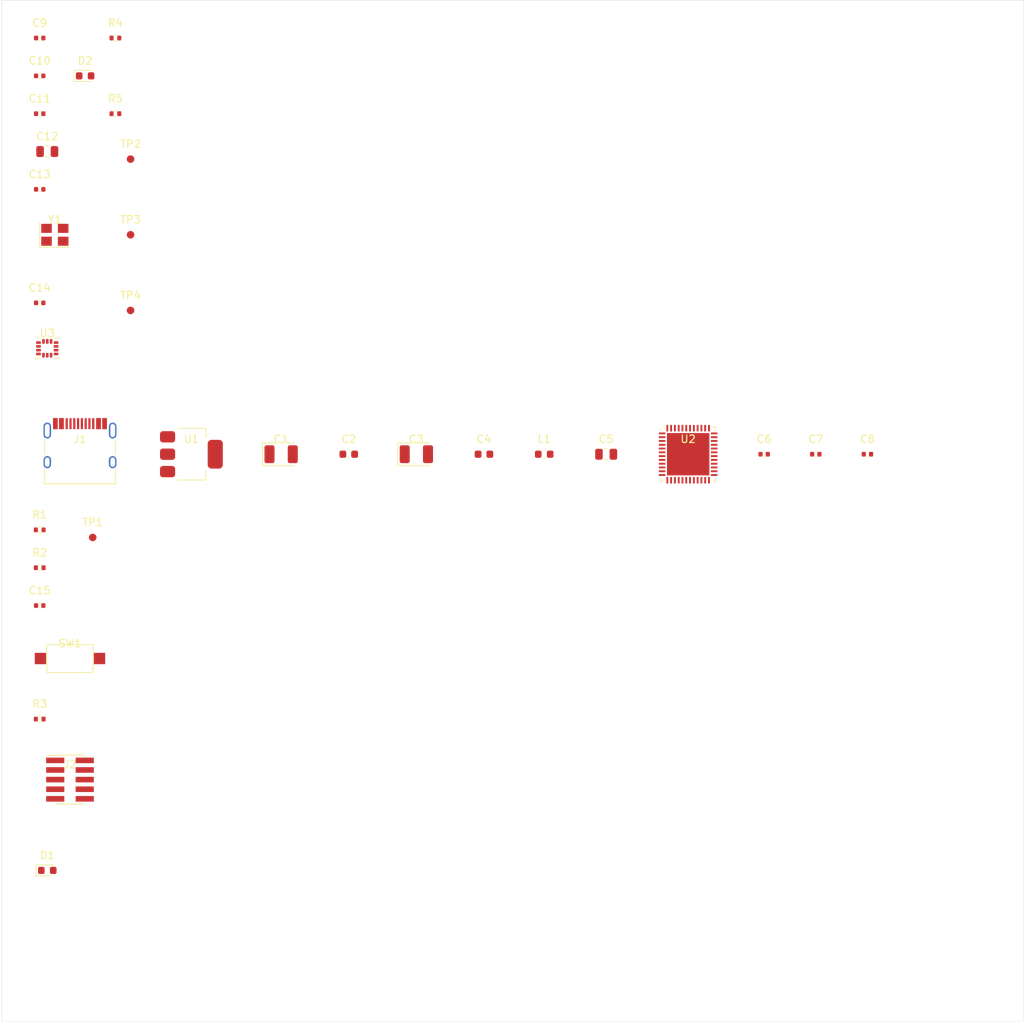
<source format=kicad_pcb>
(kicad_pcb (version 20241229) (generator "pcbnew") (generator_version "9.0")
  (layers (0 "F.Cu" signal) (2 "B.Cu" signal) (13 "F.Paste" user) (15 "B.Paste" user) (5 "F.SilkS" user "F.Silkscreen") (7 "B.SilkS" user "B.Silkscreen") (1 "F.Mask" user) (3 "B.Mask" user) (25 "Edge.Cuts" user))
  (net 0 "")
  (footprint "Connector_USB:USB_C_Receptacle_HRO_TYPE-C-31-M-12" (layer "F.Cu") (at 10.32 60.0)
    (property "Reference" "J1" (at 0 -2 0) (layer "F.SilkS") (effects (font (size 1.0 1.0))))
    (property "Value" "USB_C_16P")
    (fp_line (start -4.7 -1.9) (end -4.7 0.1) (stroke (width 0.12)) (layer "F.SilkS"))
    (fp_line (start -4.7 2.0) (end -4.7 3.9) (stroke (width 0.12)) (layer "F.SilkS"))
    (fp_line (start -4.7 3.9) (end 4.7 3.9) (stroke (width 0.12)) (layer "F.SilkS"))
    (fp_line (start 4.7 -1.9) (end 4.7 0.1) (stroke (width 0.12)) (layer "F.SilkS"))
    (fp_line (start 4.7 2.0) (end 4.7 3.9) (stroke (width 0.12)) (layer "F.SilkS"))
    (pad "" np_thru_hole circle (at -2.89 -2.6) (size 0.65 0.65) (layers "*.Cu" "*.Mask") (drill 0.65))
    (pad "" np_thru_hole circle (at 2.89 -2.6) (size 0.65 0.65) (layers "*.Cu" "*.Mask") (drill 0.65))
    (pad "A1" smd rect (at -3.25 -4.045) (size 0.6 1.45) (layers "F.Cu" "F.Mask" "F.Paste"))
    (pad "A4" smd rect (at -2.45 -4.045) (size 0.6 1.45) (layers "F.Cu" "F.Mask" "F.Paste"))
    (pad "A5" smd rect (at -1.25 -4.045) (size 0.3 1.45) (layers "F.Cu" "F.Mask" "F.Paste"))
    (pad "A6" smd rect (at -0.25 -4.045) (size 0.3 1.45) (layers "F.Cu" "F.Mask" "F.Paste"))
    (pad "A7" smd rect (at 0.25 -4.045) (size 0.3 1.45) (layers "F.Cu" "F.Mask" "F.Paste"))
    (pad "A8" smd rect (at 1.25 -4.045) (size 0.3 1.45) (layers "F.Cu" "F.Mask" "F.Paste"))
    (pad "A9" smd rect (at 2.45 -4.045) (size 0.6 1.45) (layers "F.Cu" "F.Mask" "F.Paste"))
    (pad "A12" smd rect (at 3.25 -4.045) (size 0.6 1.45) (layers "F.Cu" "F.Mask" "F.Paste"))
    (pad "B1" smd rect (at 3.25 -4.045) (size 0.6 1.45) (layers "F.Cu" "F.Mask" "F.Paste"))
    (pad "B4" smd rect (at 2.45 -4.045) (size 0.6 1.45) (layers "F.Cu" "F.Mask" "F.Paste"))
    (pad "B5" smd rect (at 1.75 -4.045) (size 0.3 1.45) (layers "F.Cu" "F.Mask" "F.Paste"))
    (pad "B6" smd rect (at 0.75 -4.045) (size 0.3 1.45) (layers "F.Cu" "F.Mask" "F.Paste"))
    (pad "B7" smd rect (at -0.75 -4.045) (size 0.3 1.45) (layers "F.Cu" "F.Mask" "F.Paste"))
    (pad "B8" smd rect (at -1.75 -4.045) (size 0.3 1.45) (layers "F.Cu" "F.Mask" "F.Paste"))
    (pad "B9" smd rect (at -2.45 -4.045) (size 0.6 1.45) (layers "F.Cu" "F.Mask" "F.Paste"))
    (pad "B12" smd rect (at -3.25 -4.045) (size 0.6 1.45) (layers "F.Cu" "F.Mask" "F.Paste"))
    (pad "S1" thru_hole oval (at -4.32 -3.13) (size 1.0 2.1) (layers "*.Cu" "*.Mask") (drill oval 0.6 1.7) (property pad_prop_heatsink))
    (pad "S1" thru_hole oval (at -4.32 1.05) (size 1.0 1.6) (layers "*.Cu" "*.Mask") (drill oval 0.6 1.2) (property pad_prop_heatsink))
    (pad "S1" thru_hole oval (at 4.32 -3.13) (size 1.0 2.1) (layers "*.Cu" "*.Mask") (drill oval 0.6 1.7) (property pad_prop_heatsink))
    (pad "S1" thru_hole oval (at 4.32 1.05) (size 1.0 1.6) (layers "*.Cu" "*.Mask") (drill oval 0.6 1.2) (property pad_prop_heatsink))
  )
  (footprint "Package_TO_SOT_SMD:SOT-223-3_TabPin2" (layer "F.Cu") (at 25.04 60.0)
    (property "Reference" "U1" (at 0 -2 0) (layer "F.SilkS") (effects (font (size 1.0 1.0))))
    (property "Value" "AMS1117-3.3")
    (fp_line (start -1.85 -3.41) (end 1.91 -3.41) (stroke (width 0.12)) (layer "F.SilkS"))
    (fp_line (start -1.85 3.41) (end 1.91 3.41) (stroke (width 0.12)) (layer "F.SilkS"))
    (fp_line (start 1.91 -3.41) (end 1.91 -2.15) (stroke (width 0.12)) (layer "F.SilkS"))
    (fp_line (start 1.91 3.41) (end 1.91 2.15) (stroke (width 0.12)) (layer "F.SilkS"))
    (pad "1" smd roundrect (at -3.15 -2.3) (size 2.0 1.5) (layers "F.Cu" "F.Mask" "F.Paste"))
    (pad "2" smd roundrect (at -3.15 0.0) (size 2.0 1.5) (layers "F.Cu" "F.Mask" "F.Paste"))
    (pad "2" smd roundrect (at 3.15 0.0) (size 2.0 3.8) (layers "F.Cu" "F.Mask" "F.Paste"))
    (pad "3" smd roundrect (at -3.15 2.3) (size 2.0 1.5) (layers "F.Cu" "F.Mask" "F.Paste"))
  )
  (footprint "Capacitor_Tantalum_SMD:CP_EIA-3528-21_Kemet-B" (layer "F.Cu") (at 36.89 60.0)
    (property "Reference" "C1" (at 0 -2 0) (layer "F.SilkS") (effects (font (size 1.0 1.0))))
    (property "Value" "47uF")
    (fp_line (start -2.46 -1.51) (end -2.46 1.51) (stroke (width 0.12)) (layer "F.SilkS"))
    (fp_line (start -2.46 1.51) (end 1.75 1.51) (stroke (width 0.12)) (layer "F.SilkS"))
    (fp_line (start 1.75 -1.51) (end -2.46 -1.51) (stroke (width 0.12)) (layer "F.SilkS"))
    (pad "1" smd roundrect (at -1.5375 0.0) (size 1.325 2.35) (layers "F.Cu" "F.Mask" "F.Paste") (roundrect_rratio 0.188679))
    (pad "2" smd roundrect (at 1.5375 0.0) (size 1.325 2.35) (layers "F.Cu" "F.Mask" "F.Paste") (roundrect_rratio 0.188679))
  )
  (footprint "Capacitor_SMD:C_0603_1608Metric" (layer "F.Cu") (at 45.82 60.0)
    (property "Reference" "C2" (at 0 -2 0) (layer "F.SilkS") (effects (font (size 1.0 1.0))))
    (property "Value" "100nF")
    (fp_line (start -0.14058 -0.51) (end 0.14058 -0.51) (stroke (width 0.12)) (layer "F.SilkS"))
    (fp_line (start -0.14058 0.51) (end 0.14058 0.51) (stroke (width 0.12)) (layer "F.SilkS"))
    (pad "1" smd roundrect (at -0.775 0.0) (size 0.9 0.95) (layers "F.Cu" "F.Mask" "F.Paste"))
    (pad "2" smd roundrect (at 0.775 0.0) (size 0.9 0.95) (layers "F.Cu" "F.Mask" "F.Paste"))
  )
  (footprint "Capacitor_Tantalum_SMD:CP_EIA-3528-21_Kemet-B" (layer "F.Cu") (at 54.75 60.0)
    (property "Reference" "C3" (at 0 -2 0) (layer "F.SilkS") (effects (font (size 1.0 1.0))))
    (property "Value" "47uF")
    (fp_line (start -2.46 -1.51) (end -2.46 1.51) (stroke (width 0.12)) (layer "F.SilkS"))
    (fp_line (start -2.46 1.51) (end 1.75 1.51) (stroke (width 0.12)) (layer "F.SilkS"))
    (fp_line (start 1.75 -1.51) (end -2.46 -1.51) (stroke (width 0.12)) (layer "F.SilkS"))
    (pad "1" smd roundrect (at -1.5375 0.0) (size 1.325 2.35) (layers "F.Cu" "F.Mask" "F.Paste") (roundrect_rratio 0.188679))
    (pad "2" smd roundrect (at 1.5375 0.0) (size 1.325 2.35) (layers "F.Cu" "F.Mask" "F.Paste") (roundrect_rratio 0.188679))
  )
  (footprint "Capacitor_SMD:C_0603_1608Metric" (layer "F.Cu") (at 63.68 60.0)
    (property "Reference" "C4" (at 0 -2 0) (layer "F.SilkS") (effects (font (size 1.0 1.0))))
    (property "Value" "100nF")
    (fp_line (start -0.14058 -0.51) (end 0.14058 -0.51) (stroke (width 0.12)) (layer "F.SilkS"))
    (fp_line (start -0.14058 0.51) (end 0.14058 0.51) (stroke (width 0.12)) (layer "F.SilkS"))
    (pad "1" smd roundrect (at -0.775 0.0) (size 0.9 0.95) (layers "F.Cu" "F.Mask" "F.Paste"))
    (pad "2" smd roundrect (at 0.775 0.0) (size 0.9 0.95) (layers "F.Cu" "F.Mask" "F.Paste"))
  )
  (footprint "Inductor_SMD:L_0603_1608Metric" (layer "F.Cu") (at 71.63999999999999 60.0)
    (property "Reference" "L1" (at 0 -2 0) (layer "F.SilkS") (effects (font (size 1.0 1.0))))
    (property "Value" "1uH")
    (fp_line (start -0.162779 -0.51) (end 0.162779 -0.51) (stroke (width 0.12)) (layer "F.SilkS"))
    (fp_line (start -0.162779 0.51) (end 0.162779 0.51) (stroke (width 0.12)) (layer "F.SilkS"))
    (pad "1" smd roundrect (at -0.7875 0.0) (size 0.875 0.95) (layers "F.Cu" "F.Mask" "F.Paste"))
    (pad "2" smd roundrect (at 0.7875 0.0) (size 0.875 0.95) (layers "F.Cu" "F.Mask" "F.Paste"))
  )
  (footprint "Capacitor_SMD:C_0805_2012Metric" (layer "F.Cu") (at 79.81999999999998 60.0)
    (property "Reference" "C5" (at 0 -2 0) (layer "F.SilkS") (effects (font (size 1.0 1.0))))
    (property "Value" "10uF")
    (fp_line (start -0.261252 -0.735) (end 0.261252 -0.735) (stroke (width 0.12)) (layer "F.SilkS"))
    (fp_line (start -0.261252 0.735) (end 0.261252 0.735) (stroke (width 0.12)) (layer "F.SilkS"))
    (pad "1" smd roundrect (at -0.95 0.0) (size 1.0 1.45) (layers "F.Cu" "F.Mask" "F.Paste"))
    (pad "2" smd roundrect (at 0.95 0.0) (size 1.0 1.45) (layers "F.Cu" "F.Mask" "F.Paste"))
  )
  (footprint "Package_DFN_QFN:QFN-48-1EP_7x7mm_P0.5mm_EP5.6x5.6mm" (layer "F.Cu") (at 90.64999999999998 60.0)
    (property "Reference" "U2" (at 0 -2 0) (layer "F.SilkS") (effects (font (size 1.0 1.0))))
    (property "Value" "STM32G431CBU6")
    (fp_line (start -3.61 -3.135) (end -3.61 -3.37) (stroke (width 0.12)) (layer "F.SilkS"))
    (fp_line (start -3.61 3.61) (end -3.61 3.135) (stroke (width 0.12)) (layer "F.SilkS"))
    (fp_line (start -3.135 -3.61) (end -3.31 -3.61) (stroke (width 0.12)) (layer "F.SilkS"))
    (fp_line (start -3.135 3.61) (end -3.61 3.61) (stroke (width 0.12)) (layer "F.SilkS"))
    (fp_line (start 3.135 -3.61) (end 3.61 -3.61) (stroke (width 0.12)) (layer "F.SilkS"))
    (fp_line (start 3.135 3.61) (end 3.61 3.61) (stroke (width 0.12)) (layer "F.SilkS"))
    (fp_line (start 3.61 -3.61) (end 3.61 -3.135) (stroke (width 0.12)) (layer "F.SilkS"))
    (fp_line (start 3.61 3.61) (end 3.61 3.135) (stroke (width 0.12)) (layer "F.SilkS"))
    (pad "1" smd roundrect (at -3.4375 -2.75) (size 0.875 0.25) (layers "F.Cu" "F.Paste" "F.Mask"))
    (pad "2" smd roundrect (at -3.4375 -2.25) (size 0.875 0.25) (layers "F.Cu" "F.Paste" "F.Mask"))
    (pad "3" smd roundrect (at -3.4375 -1.75) (size 0.875 0.25) (layers "F.Cu" "F.Paste" "F.Mask"))
    (pad "4" smd roundrect (at -3.4375 -1.25) (size 0.875 0.25) (layers "F.Cu" "F.Paste" "F.Mask"))
    (pad "5" smd roundrect (at -3.4375 -0.75) (size 0.875 0.25) (layers "F.Cu" "F.Paste" "F.Mask"))
    (pad "6" smd roundrect (at -3.4375 -0.25) (size 0.875 0.25) (layers "F.Cu" "F.Paste" "F.Mask"))
    (pad "7" smd roundrect (at -3.4375 0.25) (size 0.875 0.25) (layers "F.Cu" "F.Paste" "F.Mask"))
    (pad "8" smd roundrect (at -3.4375 0.75) (size 0.875 0.25) (layers "F.Cu" "F.Paste" "F.Mask"))
    (pad "9" smd roundrect (at -3.4375 1.25) (size 0.875 0.25) (layers "F.Cu" "F.Paste" "F.Mask"))
    (pad "10" smd roundrect (at -3.4375 1.75) (size 0.875 0.25) (layers "F.Cu" "F.Paste" "F.Mask"))
    (pad "11" smd roundrect (at -3.4375 2.25) (size 0.875 0.25) (layers "F.Cu" "F.Paste" "F.Mask"))
    (pad "12" smd roundrect (at -3.4375 2.75) (size 0.875 0.25) (layers "F.Cu" "F.Paste" "F.Mask"))
    (pad "13" smd roundrect (at -2.75 3.4375) (size 0.25 0.875) (layers "F.Cu" "F.Paste" "F.Mask"))
    (pad "14" smd roundrect (at -2.25 3.4375) (size 0.25 0.875) (layers "F.Cu" "F.Paste" "F.Mask"))
    (pad "15" smd roundrect (at -1.75 3.4375) (size 0.25 0.875) (layers "F.Cu" "F.Paste" "F.Mask"))
    (pad "16" smd roundrect (at -1.25 3.4375) (size 0.25 0.875) (layers "F.Cu" "F.Paste" "F.Mask"))
    (pad "17" smd roundrect (at -0.75 3.4375) (size 0.25 0.875) (layers "F.Cu" "F.Paste" "F.Mask"))
    (pad "18" smd roundrect (at -0.25 3.4375) (size 0.25 0.875) (layers "F.Cu" "F.Paste" "F.Mask"))
    (pad "19" smd roundrect (at 0.25 3.4375) (size 0.25 0.875) (layers "F.Cu" "F.Paste" "F.Mask"))
    (pad "20" smd roundrect (at 0.75 3.4375) (size 0.25 0.875) (layers "F.Cu" "F.Paste" "F.Mask"))
    (pad "21" smd roundrect (at 1.25 3.4375) (size 0.25 0.875) (layers "F.Cu" "F.Paste" "F.Mask"))
    (pad "22" smd roundrect (at 1.75 3.4375) (size 0.25 0.875) (layers "F.Cu" "F.Paste" "F.Mask"))
    (pad "23" smd roundrect (at 2.25 3.4375) (size 0.25 0.875) (layers "F.Cu" "F.Paste" "F.Mask"))
    (pad "24" smd roundrect (at 2.75 3.4375) (size 0.25 0.875) (layers "F.Cu" "F.Paste" "F.Mask"))
    (pad "25" smd roundrect (at 3.4375 2.75) (size 0.875 0.25) (layers "F.Cu" "F.Paste" "F.Mask"))
    (pad "26" smd roundrect (at 3.4375 2.25) (size 0.875 0.25) (layers "F.Cu" "F.Paste" "F.Mask"))
    (pad "27" smd roundrect (at 3.4375 1.75) (size 0.875 0.25) (layers "F.Cu" "F.Paste" "F.Mask"))
    (pad "28" smd roundrect (at 3.4375 1.25) (size 0.875 0.25) (layers "F.Cu" "F.Paste" "F.Mask"))
    (pad "29" smd roundrect (at 3.4375 0.75) (size 0.875 0.25) (layers "F.Cu" "F.Paste" "F.Mask"))
    (pad "30" smd roundrect (at 3.4375 0.25) (size 0.875 0.25) (layers "F.Cu" "F.Paste" "F.Mask"))
    (pad "31" smd roundrect (at 3.4375 -0.25) (size 0.875 0.25) (layers "F.Cu" "F.Paste" "F.Mask"))
    (pad "32" smd roundrect (at 3.4375 -0.75) (size 0.875 0.25) (layers "F.Cu" "F.Paste" "F.Mask"))
    (pad "33" smd roundrect (at 3.4375 -1.25) (size 0.875 0.25) (layers "F.Cu" "F.Paste" "F.Mask"))
    (pad "34" smd roundrect (at 3.4375 -1.75) (size 0.875 0.25) (layers "F.Cu" "F.Paste" "F.Mask"))
    (pad "35" smd roundrect (at 3.4375 -2.25) (size 0.875 0.25) (layers "F.Cu" "F.Paste" "F.Mask"))
    (pad "36" smd roundrect (at 3.4375 -2.75) (size 0.875 0.25) (layers "F.Cu" "F.Paste" "F.Mask"))
    (pad "37" smd roundrect (at 2.75 -3.4375) (size 0.25 0.875) (layers "F.Cu" "F.Paste" "F.Mask"))
    (pad "38" smd roundrect (at 2.25 -3.4375) (size 0.25 0.875) (layers "F.Cu" "F.Paste" "F.Mask"))
    (pad "39" smd roundrect (at 1.75 -3.4375) (size 0.25 0.875) (layers "F.Cu" "F.Paste" "F.Mask"))
    (pad "40" smd roundrect (at 1.25 -3.4375) (size 0.25 0.875) (layers "F.Cu" "F.Paste" "F.Mask"))
    (pad "41" smd roundrect (at 0.75 -3.4375) (size 0.25 0.875) (layers "F.Cu" "F.Paste" "F.Mask"))
    (pad "42" smd roundrect (at 0.25 -3.4375) (size 0.25 0.875) (layers "F.Cu" "F.Paste" "F.Mask"))
    (pad "43" smd roundrect (at -0.25 -3.4375) (size 0.25 0.875) (layers "F.Cu" "F.Paste" "F.Mask"))
    (pad "44" smd roundrect (at -0.75 -3.4375) (size 0.25 0.875) (layers "F.Cu" "F.Paste" "F.Mask"))
    (pad "45" smd roundrect (at -1.25 -3.4375) (size 0.25 0.875) (layers "F.Cu" "F.Paste" "F.Mask"))
    (pad "46" smd roundrect (at -1.75 -3.4375) (size 0.25 0.875) (layers "F.Cu" "F.Paste" "F.Mask"))
    (pad "47" smd roundrect (at -2.25 -3.4375) (size 0.25 0.875) (layers "F.Cu" "F.Paste" "F.Mask"))
    (pad "48" smd roundrect (at -2.75 -3.4375) (size 0.25 0.875) (layers "F.Cu" "F.Paste" "F.Mask"))
    (pad "49" smd rect (size 5.6 5.6) (layers "F.Cu" "F.Mask") (property pad_prop_heatsink))
  )
  (footprint "Capacitor_SMD:C_0402_1005Metric" (layer "F.Cu") (at 100.68999999999997 60.0)
    (property "Reference" "C6" (at 0 -2 0) (layer "F.SilkS") (effects (font (size 1.0 1.0))))
    (property "Value" "100nF")
    (fp_line (start -0.107836 -0.36) (end 0.107836 -0.36) (stroke (width 0.12)) (layer "F.SilkS"))
    (fp_line (start -0.107836 0.36) (end 0.107836 0.36) (stroke (width 0.12)) (layer "F.SilkS"))
    (pad "1" smd roundrect (at -0.48 0.0) (size 0.56 0.62) (layers "F.Cu" "F.Mask" "F.Paste"))
    (pad "2" smd roundrect (at 0.48 0.0) (size 0.56 0.62) (layers "F.Cu" "F.Mask" "F.Paste"))
  )
  (footprint "Capacitor_SMD:C_0402_1005Metric" (layer "F.Cu") (at 107.50999999999996 60.0)
    (property "Reference" "C7" (at 0 -2 0) (layer "F.SilkS") (effects (font (size 1.0 1.0))))
    (property "Value" "100nF")
    (fp_line (start -0.107836 -0.36) (end 0.107836 -0.36) (stroke (width 0.12)) (layer "F.SilkS"))
    (fp_line (start -0.107836 0.36) (end 0.107836 0.36) (stroke (width 0.12)) (layer "F.SilkS"))
    (pad "1" smd roundrect (at -0.48 0.0) (size 0.56 0.62) (layers "F.Cu" "F.Mask" "F.Paste"))
    (pad "2" smd roundrect (at 0.48 0.0) (size 0.56 0.62) (layers "F.Cu" "F.Mask" "F.Paste"))
  )
  (footprint "Capacitor_SMD:C_0402_1005Metric" (layer "F.Cu") (at 114.32999999999996 60.0)
    (property "Reference" "C8" (at 0 -2 0) (layer "F.SilkS") (effects (font (size 1.0 1.0))))
    (property "Value" "100nF")
    (fp_line (start -0.107836 -0.36) (end 0.107836 -0.36) (stroke (width 0.12)) (layer "F.SilkS"))
    (fp_line (start -0.107836 0.36) (end 0.107836 0.36) (stroke (width 0.12)) (layer "F.SilkS"))
    (pad "1" smd roundrect (at -0.48 0.0) (size 0.56 0.62) (layers "F.Cu" "F.Mask" "F.Paste"))
    (pad "2" smd roundrect (at 0.48 0.0) (size 0.56 0.62) (layers "F.Cu" "F.Mask" "F.Paste"))
  )
  (footprint "Capacitor_SMD:C_0402_1005Metric" (layer "F.Cu") (at 5.0 5.0)
    (property "Reference" "C9" (at 0 -2 0) (layer "F.SilkS") (effects (font (size 1.0 1.0))))
    (property "Value" "100nF")
    (fp_line (start -0.107836 -0.36) (end 0.107836 -0.36) (stroke (width 0.12)) (layer "F.SilkS"))
    (fp_line (start -0.107836 0.36) (end 0.107836 0.36) (stroke (width 0.12)) (layer "F.SilkS"))
    (pad "1" smd roundrect (at -0.48 0.0) (size 0.56 0.62) (layers "F.Cu" "F.Mask" "F.Paste"))
    (pad "2" smd roundrect (at 0.48 0.0) (size 0.56 0.62) (layers "F.Cu" "F.Mask" "F.Paste"))
  )
  (footprint "Capacitor_SMD:C_0402_1005Metric" (layer "F.Cu") (at 5.0 10.0)
    (property "Reference" "C10" (at 0 -2 0) (layer "F.SilkS") (effects (font (size 1.0 1.0))))
    (property "Value" "100nF")
    (fp_line (start -0.107836 -0.36) (end 0.107836 -0.36) (stroke (width 0.12)) (layer "F.SilkS"))
    (fp_line (start -0.107836 0.36) (end 0.107836 0.36) (stroke (width 0.12)) (layer "F.SilkS"))
    (pad "1" smd roundrect (at -0.48 0.0) (size 0.56 0.62) (layers "F.Cu" "F.Mask" "F.Paste"))
    (pad "2" smd roundrect (at 0.48 0.0) (size 0.56 0.62) (layers "F.Cu" "F.Mask" "F.Paste"))
  )
  (footprint "Capacitor_SMD:C_0402_1005Metric" (layer "F.Cu") (at 5.0 15.0)
    (property "Reference" "C11" (at 0 -2 0) (layer "F.SilkS") (effects (font (size 1.0 1.0))))
    (property "Value" "100nF")
    (fp_line (start -0.107836 -0.36) (end 0.107836 -0.36) (stroke (width 0.12)) (layer "F.SilkS"))
    (fp_line (start -0.107836 0.36) (end 0.107836 0.36) (stroke (width 0.12)) (layer "F.SilkS"))
    (pad "1" smd roundrect (at -0.48 0.0) (size 0.56 0.62) (layers "F.Cu" "F.Mask" "F.Paste"))
    (pad "2" smd roundrect (at 0.48 0.0) (size 0.56 0.62) (layers "F.Cu" "F.Mask" "F.Paste"))
  )
  (footprint "Capacitor_SMD:C_0805_2012Metric" (layer "F.Cu") (at 6.0 20.0)
    (property "Reference" "C12" (at 0 -2 0) (layer "F.SilkS") (effects (font (size 1.0 1.0))))
    (property "Value" "10uF")
    (fp_line (start -0.261252 -0.735) (end 0.261252 -0.735) (stroke (width 0.12)) (layer "F.SilkS"))
    (fp_line (start -0.261252 0.735) (end 0.261252 0.735) (stroke (width 0.12)) (layer "F.SilkS"))
    (pad "1" smd roundrect (at -0.95 0.0) (size 1.0 1.45) (layers "F.Cu" "F.Mask" "F.Paste"))
    (pad "2" smd roundrect (at 0.95 0.0) (size 1.0 1.45) (layers "F.Cu" "F.Mask" "F.Paste"))
  )
  (footprint "Crystal:Crystal_SMD_3225-4Pin_3.2x2.5mm" (layer "F.Cu") (at 7.0 31.0)
    (property "Reference" "Y1" (at 0 -2 0) (layer "F.SilkS") (effects (font (size 1.0 1.0))))
    (property "Value" "8MHz")
    (fp_line (start -2.0 -1.65) (end -2.0 1.65) (stroke (width 0.12)) (layer "F.SilkS"))
    (fp_line (start -2.0 1.65) (end 2.0 1.65) (stroke (width 0.12)) (layer "F.SilkS"))
    (pad "1" smd rect (at -1.1 0.85) (size 1.4 1.2) (layers "F.Cu" "F.Mask" "F.Paste"))
    (pad "2" smd rect (at 1.1 0.85) (size 1.4 1.2) (layers "F.Cu" "F.Mask" "F.Paste"))
    (pad "3" smd rect (at 1.1 -0.85) (size 1.4 1.2) (layers "F.Cu" "F.Mask" "F.Paste"))
    (pad "4" smd rect (at -1.1 -0.85) (size 1.4 1.2) (layers "F.Cu" "F.Mask" "F.Paste"))
  )
  (footprint "Capacitor_SMD:C_0402_1005Metric" (layer "F.Cu") (at 5.0 25.0)
    (property "Reference" "C13" (at 0 -2 0) (layer "F.SilkS") (effects (font (size 1.0 1.0))))
    (property "Value" "18pF")
    (fp_line (start -0.107836 -0.36) (end 0.107836 -0.36) (stroke (width 0.12)) (layer "F.SilkS"))
    (fp_line (start -0.107836 0.36) (end 0.107836 0.36) (stroke (width 0.12)) (layer "F.SilkS"))
    (pad "1" smd roundrect (at -0.48 0.0) (size 0.56 0.62) (layers "F.Cu" "F.Mask" "F.Paste"))
    (pad "2" smd roundrect (at 0.48 0.0) (size 0.56 0.62) (layers "F.Cu" "F.Mask" "F.Paste"))
  )
  (footprint "Capacitor_SMD:C_0402_1005Metric" (layer "F.Cu") (at 5.0 40.0)
    (property "Reference" "C14" (at 0 -2 0) (layer "F.SilkS") (effects (font (size 1.0 1.0))))
    (property "Value" "18pF")
    (fp_line (start -0.107836 -0.36) (end 0.107836 -0.36) (stroke (width 0.12)) (layer "F.SilkS"))
    (fp_line (start -0.107836 0.36) (end 0.107836 0.36) (stroke (width 0.12)) (layer "F.SilkS"))
    (pad "1" smd roundrect (at -0.48 0.0) (size 0.56 0.62) (layers "F.Cu" "F.Mask" "F.Paste"))
    (pad "2" smd roundrect (at 0.48 0.0) (size 0.56 0.62) (layers "F.Cu" "F.Mask" "F.Paste"))
  )
  (footprint "Package_LGA:LGA-14_3x2.5mm_P0.5mm_LayoutBorder3x4y" (layer "F.Cu") (at 6.0 46.0)
    (property "Reference" "U3" (at 0 -2 0) (layer "F.SilkS") (effects (font (size 1.0 1.0))))
    (property "Value" "LSM6DSL")
    (fp_line (start -1.61 1.36) (end -1.61 1.185) (stroke (width 0.12)) (layer "F.SilkS"))
    (fp_line (start -0.935 -1.36) (end -1.31 -1.36) (stroke (width 0.12)) (layer "F.SilkS"))
    (fp_line (start -0.935 1.36) (end -1.61 1.36) (stroke (width 0.12)) (layer "F.SilkS"))
    (fp_line (start 0.935 -1.36) (end 1.61 -1.36) (stroke (width 0.12)) (layer "F.SilkS"))
    (fp_line (start 0.935 1.36) (end 1.61 1.36) (stroke (width 0.12)) (layer "F.SilkS"))
    (fp_line (start 1.61 -1.36) (end 1.61 -1.185) (stroke (width 0.12)) (layer "F.SilkS"))
    (fp_line (start 1.61 1.36) (end 1.61 1.185) (stroke (width 0.12)) (layer "F.SilkS"))
    (pad "1" smd roundrect (at -1.1625 -0.75) (size 0.625 0.35) (layers "F.Cu" "F.Paste" "F.Mask"))
    (pad "2" smd roundrect (at -1.1625 -0.25) (size 0.625 0.35) (layers "F.Cu" "F.Paste" "F.Mask"))
    (pad "3" smd roundrect (at -1.1625 0.25) (size 0.625 0.35) (layers "F.Cu" "F.Paste" "F.Mask"))
    (pad "4" smd roundrect (at -1.1625 0.75) (size 0.625 0.35) (layers "F.Cu" "F.Paste" "F.Mask"))
    (pad "5" smd roundrect (at -0.5 0.9125) (size 0.35 0.625) (layers "F.Cu" "F.Paste" "F.Mask"))
    (pad "6" smd roundrect (at 0.0 0.9125) (size 0.35 0.625) (layers "F.Cu" "F.Paste" "F.Mask"))
    (pad "7" smd roundrect (at 0.5 0.9125) (size 0.35 0.625) (layers "F.Cu" "F.Paste" "F.Mask"))
    (pad "8" smd roundrect (at 1.1625 0.75) (size 0.625 0.35) (layers "F.Cu" "F.Paste" "F.Mask"))
    (pad "9" smd roundrect (at 1.1625 0.25) (size 0.625 0.35) (layers "F.Cu" "F.Paste" "F.Mask"))
    (pad "10" smd roundrect (at 1.1625 -0.25) (size 0.625 0.35) (layers "F.Cu" "F.Paste" "F.Mask"))
    (pad "11" smd roundrect (at 1.1625 -0.75) (size 0.625 0.35) (layers "F.Cu" "F.Paste" "F.Mask"))
    (pad "12" smd roundrect (at 0.5 -0.9125) (size 0.35 0.625) (layers "F.Cu" "F.Paste" "F.Mask"))
    (pad "13" smd roundrect (at 0.0 -0.9125) (size 0.35 0.625) (layers "F.Cu" "F.Paste" "F.Mask"))
    (pad "14" smd roundrect (at -0.5 -0.9125) (size 0.35 0.625) (layers "F.Cu" "F.Paste" "F.Mask"))
  )
  (footprint "Resistor_SMD:R_0402_1005Metric" (layer "F.Cu") (at 5.0 70.0)
    (property "Reference" "R1" (at 0 -2 0) (layer "F.SilkS") (effects (font (size 1.0 1.0))))
    (property "Value" "4.7k")
    (fp_line (start -0.153641 -0.38) (end 0.153641 -0.38) (stroke (width 0.12)) (layer "F.SilkS"))
    (fp_line (start -0.153641 0.38) (end 0.153641 0.38) (stroke (width 0.12)) (layer "F.SilkS"))
    (pad "1" smd roundrect (at -0.51 0.0) (size 0.54 0.64) (layers "F.Cu" "F.Mask" "F.Paste"))
    (pad "2" smd roundrect (at 0.51 0.0) (size 0.54 0.64) (layers "F.Cu" "F.Mask" "F.Paste"))
  )
  (footprint "Resistor_SMD:R_0402_1005Metric" (layer "F.Cu") (at 5.0 75.0)
    (property "Reference" "R2" (at 0 -2 0) (layer "F.SilkS") (effects (font (size 1.0 1.0))))
    (property "Value" "4.7k")
    (fp_line (start -0.153641 -0.38) (end 0.153641 -0.38) (stroke (width 0.12)) (layer "F.SilkS"))
    (fp_line (start -0.153641 0.38) (end 0.153641 0.38) (stroke (width 0.12)) (layer "F.SilkS"))
    (pad "1" smd roundrect (at -0.51 0.0) (size 0.54 0.64) (layers "F.Cu" "F.Mask" "F.Paste"))
    (pad "2" smd roundrect (at 0.51 0.0) (size 0.54 0.64) (layers "F.Cu" "F.Mask" "F.Paste"))
  )
  (footprint "Capacitor_SMD:C_0402_1005Metric" (layer "F.Cu") (at 5.0 80.0)
    (property "Reference" "C15" (at 0 -2 0) (layer "F.SilkS") (effects (font (size 1.0 1.0))))
    (property "Value" "100nF")
    (fp_line (start -0.107836 -0.36) (end 0.107836 -0.36) (stroke (width 0.12)) (layer "F.SilkS"))
    (fp_line (start -0.107836 0.36) (end 0.107836 0.36) (stroke (width 0.12)) (layer "F.SilkS"))
    (pad "1" smd roundrect (at -0.48 0.0) (size 0.56 0.62) (layers "F.Cu" "F.Mask" "F.Paste"))
    (pad "2" smd roundrect (at 0.48 0.0) (size 0.56 0.62) (layers "F.Cu" "F.Mask" "F.Paste"))
  )
  (footprint "Button_Switch_SMD:SW_SPST_CK_RS282G05A3" (layer "F.Cu") (at 9.0 87.0)
    (property "Reference" "SW1" (at 0 -2 0) (layer "F.SilkS") (effects (font (size 1.0 1.0))))
    (property "Value" "RESET")
    (fp_line (start -3.06 -1.85) (end 3.06 -1.85) (stroke (width 0.12)) (layer "F.SilkS"))
    (fp_line (start -3.06 1.85) (end -3.06 -1.85) (stroke (width 0.12)) (layer "F.SilkS"))
    (fp_line (start 3.06 -1.85) (end 3.06 1.85) (stroke (width 0.12)) (layer "F.SilkS"))
    (fp_line (start 3.06 1.85) (end -3.06 1.85) (stroke (width 0.12)) (layer "F.SilkS"))
    (pad "1" smd rect (at -3.9 0.0) (size 1.5 1.5) (layers "F.Cu" "F.Mask" "F.Paste"))
    (pad "2" smd rect (at 3.9 0.0) (size 1.5 1.5) (layers "F.Cu" "F.Mask" "F.Paste"))
  )
  (footprint "Resistor_SMD:R_0402_1005Metric" (layer "F.Cu") (at 5.0 95.0)
    (property "Reference" "R3" (at 0 -2 0) (layer "F.SilkS") (effects (font (size 1.0 1.0))))
    (property "Value" "10k")
    (fp_line (start -0.153641 -0.38) (end 0.153641 -0.38) (stroke (width 0.12)) (layer "F.SilkS"))
    (fp_line (start -0.153641 0.38) (end 0.153641 0.38) (stroke (width 0.12)) (layer "F.SilkS"))
    (pad "1" smd roundrect (at -0.51 0.0) (size 0.54 0.64) (layers "F.Cu" "F.Mask" "F.Paste"))
    (pad "2" smd roundrect (at 0.51 0.0) (size 0.54 0.64) (layers "F.Cu" "F.Mask" "F.Paste"))
  )
  (footprint "Connector_PinHeader_1.27mm:PinHeader_2x05_P1.27mm_Vertical_SMD" (layer "F.Cu") (at 9.0 103.0)
    (property "Reference" "J2" (at 0 -2 0) (layer "F.SilkS") (effects (font (size 1.0 1.0))))
    (property "Value" "SWD_10PIN")
    (fp_line (start -3.09 -3.17) (end -1.765 -3.17) (stroke (width 0.12)) (layer "F.SilkS"))
    (fp_line (start -1.765 -3.235) (end -1.765 -3.17) (stroke (width 0.12)) (layer "F.SilkS"))
    (fp_line (start -1.765 -3.235) (end 1.765 -3.235) (stroke (width 0.12)) (layer "F.SilkS"))
    (fp_line (start -1.765 3.17) (end -1.765 3.235) (stroke (width 0.12)) (layer "F.SilkS"))
    (fp_line (start -1.765 3.235) (end 1.765 3.235) (stroke (width 0.12)) (layer "F.SilkS"))
    (fp_line (start 1.765 -3.235) (end 1.765 -3.17) (stroke (width 0.12)) (layer "F.SilkS"))
    (fp_line (start 1.765 3.17) (end 1.765 3.235) (stroke (width 0.12)) (layer "F.SilkS"))
    (pad "1" smd rect (at -1.95 -2.54) (size 2.4 0.74) (layers "F.Cu" "F.Mask" "F.Paste"))
    (pad "2" smd rect (at 1.95 -2.54) (size 2.4 0.74) (layers "F.Cu" "F.Mask" "F.Paste"))
    (pad "3" smd rect (at -1.95 -1.27) (size 2.4 0.74) (layers "F.Cu" "F.Mask" "F.Paste"))
    (pad "4" smd rect (at 1.95 -1.27) (size 2.4 0.74) (layers "F.Cu" "F.Mask" "F.Paste"))
    (pad "5" smd rect (at -1.95 0.0) (size 2.4 0.74) (layers "F.Cu" "F.Mask" "F.Paste"))
    (pad "6" smd rect (at 1.95 0.0) (size 2.4 0.74) (layers "F.Cu" "F.Mask" "F.Paste"))
    (pad "7" smd rect (at -1.95 1.27) (size 2.4 0.74) (layers "F.Cu" "F.Mask" "F.Paste"))
    (pad "8" smd rect (at 1.95 1.27) (size 2.4 0.74) (layers "F.Cu" "F.Mask" "F.Paste"))
    (pad "9" smd rect (at -1.95 2.54) (size 2.4 0.74) (layers "F.Cu" "F.Mask" "F.Paste"))
    (pad "10" smd rect (at 1.95 2.54) (size 2.4 0.74) (layers "F.Cu" "F.Mask" "F.Paste"))
  )
  (footprint "LED_SMD:LED_0603_1608Metric" (layer "F.Cu") (at 6.0 115.0)
    (property "Reference" "D1" (at 0 -2 0) (layer "F.SilkS") (effects (font (size 1.0 1.0))))
    (property "Value" "PWR_LED_GREEN")
    (fp_line (start -1.485 -0.735) (end -1.485 0.735) (stroke (width 0.12)) (layer "F.SilkS"))
    (fp_line (start -1.485 0.735) (end 0.8 0.735) (stroke (width 0.12)) (layer "F.SilkS"))
    (fp_line (start 0.8 -0.735) (end -1.485 -0.735) (stroke (width 0.12)) (layer "F.SilkS"))
    (pad "1" smd roundrect (at -0.7875 0.0) (size 0.875 0.95) (layers "F.Cu" "F.Mask" "F.Paste"))
    (pad "2" smd roundrect (at 0.7875 0.0) (size 0.875 0.95) (layers "F.Cu" "F.Mask" "F.Paste"))
  )
  (footprint "Resistor_SMD:R_0402_1005Metric" (layer "F.Cu") (at 15.0 5.0)
    (property "Reference" "R4" (at 0 -2 0) (layer "F.SilkS") (effects (font (size 1.0 1.0))))
    (property "Value" "1k")
    (fp_line (start -0.153641 -0.38) (end 0.153641 -0.38) (stroke (width 0.12)) (layer "F.SilkS"))
    (fp_line (start -0.153641 0.38) (end 0.153641 0.38) (stroke (width 0.12)) (layer "F.SilkS"))
    (pad "1" smd roundrect (at -0.51 0.0) (size 0.54 0.64) (layers "F.Cu" "F.Mask" "F.Paste"))
    (pad "2" smd roundrect (at 0.51 0.0) (size 0.54 0.64) (layers "F.Cu" "F.Mask" "F.Paste"))
  )
  (footprint "LED_SMD:LED_0603_1608Metric" (layer "F.Cu") (at 11.0 10.0)
    (property "Reference" "D2" (at 0 -2 0) (layer "F.SilkS") (effects (font (size 1.0 1.0))))
    (property "Value" "USER_LED_BLUE")
    (fp_line (start -1.485 -0.735) (end -1.485 0.735) (stroke (width 0.12)) (layer "F.SilkS"))
    (fp_line (start -1.485 0.735) (end 0.8 0.735) (stroke (width 0.12)) (layer "F.SilkS"))
    (fp_line (start 0.8 -0.735) (end -1.485 -0.735) (stroke (width 0.12)) (layer "F.SilkS"))
    (pad "1" smd roundrect (at -0.7875 0.0) (size 0.875 0.95) (layers "F.Cu" "F.Mask" "F.Paste"))
    (pad "2" smd roundrect (at 0.7875 0.0) (size 0.875 0.95) (layers "F.Cu" "F.Mask" "F.Paste"))
  )
  (footprint "Resistor_SMD:R_0402_1005Metric" (layer "F.Cu") (at 15.0 15.0)
    (property "Reference" "R5" (at 0 -2 0) (layer "F.SilkS") (effects (font (size 1.0 1.0))))
    (property "Value" "330")
    (fp_line (start -0.153641 -0.38) (end 0.153641 -0.38) (stroke (width 0.12)) (layer "F.SilkS"))
    (fp_line (start -0.153641 0.38) (end 0.153641 0.38) (stroke (width 0.12)) (layer "F.SilkS"))
    (pad "1" smd roundrect (at -0.51 0.0) (size 0.54 0.64) (layers "F.Cu" "F.Mask" "F.Paste"))
    (pad "2" smd roundrect (at 0.51 0.0) (size 0.54 0.64) (layers "F.Cu" "F.Mask" "F.Paste"))
  )
  (footprint "TestPoint:TestPoint_Pad_D1.0mm" (layer "F.Cu") (at 12.0 71.0)
    (property "Reference" "TP1" (at 0 -2 0) (layer "F.SilkS") (effects (font (size 1.0 1.0))))
    (property "Value" "TP_3V3")
    (pad "1" smd circle (size 1.0 1.0) (layers "F.Cu" "F.Mask"))
  )
  (footprint "TestPoint:TestPoint_Pad_D1.0mm" (layer "F.Cu") (at 17.0 21.0)
    (property "Reference" "TP2" (at 0 -2 0) (layer "F.SilkS") (effects (font (size 1.0 1.0))))
    (property "Value" "TP_GND")
    (pad "1" smd circle (size 1.0 1.0) (layers "F.Cu" "F.Mask"))
  )
  (footprint "TestPoint:TestPoint_Pad_D1.0mm" (layer "F.Cu") (at 17.0 31.0)
    (property "Reference" "TP3" (at 0 -2 0) (layer "F.SilkS") (effects (font (size 1.0 1.0))))
    (property "Value" "TP_SCL")
    (pad "1" smd circle (size 1.0 1.0) (layers "F.Cu" "F.Mask"))
  )
  (footprint "TestPoint:TestPoint_Pad_D1.0mm" (layer "F.Cu") (at 17.0 41.0)
    (property "Reference" "TP4" (at 0 -2 0) (layer "F.SilkS") (effects (font (size 1.0 1.0))))
    (property "Value" "TP_SDA")
    (pad "1" smd circle (size 1.0 1.0) (layers "F.Cu" "F.Mask"))
  )
  (gr_rect (start 0 0) (end 135.0 135.0) (stroke (width 0.05)) (fill no) (layer "Edge.Cuts"))
)
</source>
